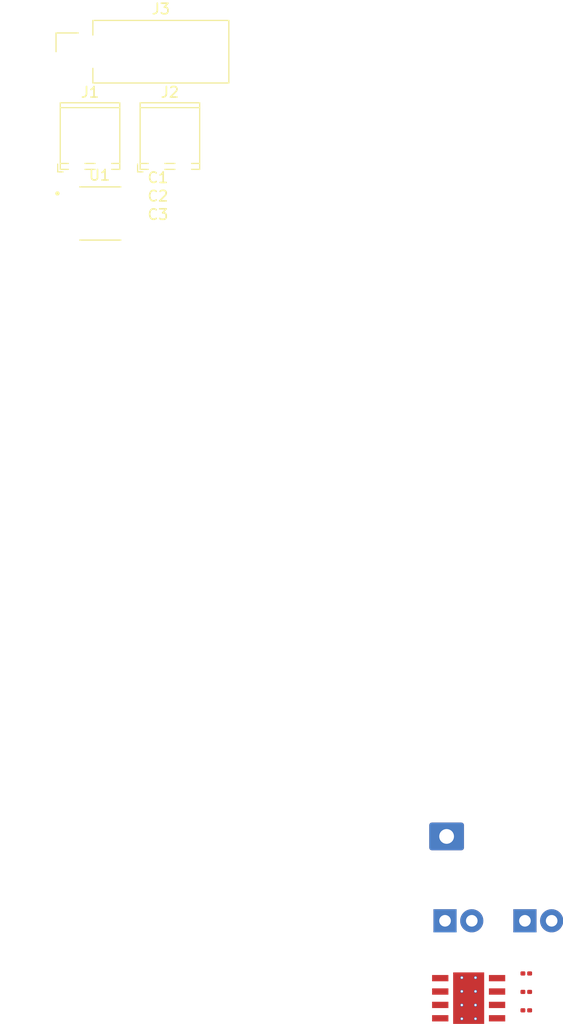
<source format=kicad_pcb>
(kicad_pcb (version 20240108) (generator "pcbnew") (generator_version "8.0")
  (layers (0 "F.Cu" signal) (31 "B.Cu" signal) (34 "B.Paste" user) (35 "F.Paste" user) (36 "B.SilkS" user "B.Silkscreen") (37 "F.SilkS" user "F.Silkscreen") (38 "B.Mask" user) (39 "F.Mask" user) (44 "Edge.Cuts" user))
  (net 0 "")
  (net 1 "Net-(J1-Pin_2)")
  (net 2 "Net-(U1-E{slash}D)")
  (net 3 "Net-(J2-Pin_2)")
  (net 4 "Net-(J1-Pin_1)")
  (net 5 "Net-(J2-Pin_1)")
  (net 6 "Net-(J3-Pin_1)")
  (net 7 "Net-(U1--IN)")
  (net 8 "Net-(U1-STATUS_FLAG)")
  (footprint "Capacitor_SMD:C_0201_0603Metric" (layer "F.Cu") (at 95.655 71.5)
    (property "Reference" "C3" (at 0 -1.05 0) (layer "F.SilkS"))
    (property "Value" "0.1 muF")
    (pad "1" smd roundrect (at 34.68 74.5) (size 0.46 0.4) (layers "F.Cu" "F.Mask") (net 3 "Net-(J2-Pin_2)"))
    (pad "2" smd roundrect (at 35.32 74.5) (size 0.46 0.4) (layers "F.Cu" "F.Mask") (net 4 "Net-(J1-Pin_1)"))
  )
  (footprint "Capacitor_SMD:C_0201_0603Metric" (layer "F.Cu") (at 95.655 69.75)
    (property "Reference" "C2" (at 0 -1.05 0) (layer "F.SilkS"))
    (property "Value" "0.1 muF")
    (pad "1" smd roundrect (at 34.68 74.5) (size 0.46 0.4) (layers "F.Cu" "F.Mask") (net 3 "Net-(J2-Pin_2)"))
    (pad "2" smd roundrect (at 35.32 74.5) (size 0.46 0.4) (layers "F.Cu" "F.Mask") (net 1 "Net-(J1-Pin_2)"))
  )
  (footprint "Connector_TE-Connectivity:TE_MATE-N-LOK_1-794374-x_1x01_P4.14mm_Horizontal" (layer "F.Cu") (at 88.085 54.99)
    (property "Reference" "J3" (at 7.85 -4.06 0) (layer "F.SilkS"))
    (property "Value" "Vout")
    (fp_line (start -2.11 -1.78) (end -2.11 0) (stroke (width 0.12)) (layer "F.SilkS"))
    (fp_line (start 0 -1.78) (end -2.11 -1.78) (stroke (width 0.12)) (layer "F.SilkS"))
    (fp_line (start 1.39 -2.97) (end 14.31 -2.97) (stroke (width 0.12)) (layer "F.SilkS"))
    (fp_line (start 1.39 -1.58) (end 1.39 -2.97) (stroke (width 0.12)) (layer "F.SilkS"))
    (fp_line (start 1.39 2.97) (end 1.39 1.58) (stroke (width 0.12)) (layer "F.SilkS"))
    (fp_line (start 14.31 -2.97) (end 14.31 2.97) (stroke (width 0.12)) (layer "F.SilkS"))
    (fp_line (start 14.31 2.97) (end 1.39 2.97) (stroke (width 0.12)) (layer "F.SilkS"))
    (pad "" np_thru_hole circle (at 42.34 74.5) (size 3.86 3.86) (drill 3.86) (layers "*.Cu" "*.Mask"))
    (pad "1" thru_hole roundrect (at 35 74.5) (size 3.3 2.64) (drill 1.4) (layers "*.Cu" "*.Mask") (roundrect_rratio 0.094697) (net 6 "Net-(J3-Pin_1)"))
  )
  (footprint "TerminalBlock_Phoenix:TerminalBlock_Phoenix_MPT-0,5-2-2.54_1x02_P2.54mm_Horizontal" (layer "F.Cu") (at 95.525 63)
    (property "Reference" "J2" (at 1.27 -4.16 0) (layer "F.SilkS"))
    (property "Value" "WFG")
    (fp_line (start -1.8 2.66) (end -1.8 3.4) (stroke (width 0.12)) (layer "F.SilkS"))
    (fp_line (start -1.8 3.4) (end -1.3 3.4) (stroke (width 0.12)) (layer "F.SilkS"))
    (fp_line (start -1.56 -3.16) (end -1.56 3.16) (stroke (width 0.12)) (layer "F.SilkS"))
    (fp_line (start -1.56 -3.16) (end 4.1 -3.16) (stroke (width 0.12)) (layer "F.SilkS"))
    (fp_line (start -1.56 -2.7) (end 4.1 -2.7) (stroke (width 0.12)) (layer "F.SilkS"))
    (fp_line (start -1.56 2.6) (end -0.79 2.6) (stroke (width 0.12)) (layer "F.SilkS"))
    (fp_line (start -1.56 3.16) (end -0.79 3.16) (stroke (width 0.12)) (layer "F.SilkS"))
    (fp_line (start 0.79 2.6) (end 1.75 2.6) (stroke (width 0.12)) (layer "F.SilkS"))
    (fp_line (start 0.79 3.16) (end 1.75 3.16) (stroke (width 0.12)) (layer "F.SilkS"))
    (fp_line (start 3.33 2.6) (end 4.1 2.6) (stroke (width 0.12)) (layer "F.SilkS"))
    (fp_line (start 3.33 3.16) (end 4.1 3.16) (stroke (width 0.12)) (layer "F.SilkS"))
    (fp_line (start 4.1 -3.16) (end 4.1 3.16) (stroke (width 0.12)) (layer "F.SilkS"))
    (pad "" np_thru_hole circle (at 35 77.04) (size 1.1 1.1) (drill 1.1) (layers "*.Cu" "*.Mask"))
    (pad "" np_thru_hole circle (at 37.54 77.04) (size 1.1 1.1) (drill 1.1) (layers "*.Cu" "*.Mask"))
    (pad "1" thru_hole rect (at 35 74.5) (size 2.2 2.2) (drill 1.1) (layers "*.Cu" "*.Mask") (net 5 "Net-(J2-Pin_1)"))
    (pad "2" thru_hole circle (at 37.54 74.5) (size 2.2 2.2) (drill 1.1) (layers "*.Cu" "*.Mask") (net 3 "Net-(J2-Pin_2)"))
  )
  (footprint "OPA454AIDDA:VREG_LM5017MR_NOPB" (layer "F.Cu") (at 90.18 70.35)
    (property "Reference" "U1" (at -0.075 -3.635 0) (layer "F.SilkS"))
    (property "Value" "OPA454AIDDA")
    (fp_line (start -1.95 -2.525) (end 1.95 -2.525) (stroke (width 0.127)) (layer "F.SilkS"))
    (fp_line (start -1.95 2.525) (end 1.95 2.525) (stroke (width 0.127)) (layer "F.SilkS"))
    (fp_circle (center -4.07 -1.905) (end -3.97 -1.905) (stroke (width 0.2)) (fill none) (layer "F.SilkS"))
    (pad "1" smd roundrect (at 32.3 72.595) (size 1.55 0.6) (layers "F.Cu" "F.Paste") (roundrect_rratio 0.01) (net 1 "Net-(J1-Pin_2)"))
    (pad "2" smd roundrect (at 32.3 73.865) (size 1.55 0.6) (layers "F.Cu" "F.Paste") (roundrect_rratio 0.01) (net 7 "Net-(U1--IN)"))
    (pad "3" smd roundrect (at 32.3 75.135) (size 1.55 0.6) (layers "F.Cu" "F.Paste") (roundrect_rratio 0.01) (net 5 "Net-(J2-Pin_1)"))
    (pad "4" smd roundrect (at 32.3 76.405) (size 1.55 0.6) (layers "F.Cu" "F.Paste") (roundrect_rratio 0.01) (net 1 "Net-(J1-Pin_2)"))
    (pad "5" smd roundrect (at 37.7 76.405) (size 1.55 0.6) (layers "F.Cu" "F.Paste") (roundrect_rratio 0.01) (net 8 "Net-(U1-STATUS_FLAG)"))
    (pad "6" smd roundrect (at 37.7 75.135) (size 1.55 0.6) (layers "F.Cu" "F.Paste") (roundrect_rratio 0.01) (net 6 "Net-(J3-Pin_1)"))
    (pad "7" smd roundrect (at 37.7 73.865) (size 1.55 0.6) (layers "F.Cu" "F.Paste") (roundrect_rratio 0.01) (net 4 "Net-(J1-Pin_1)"))
    (pad "8" smd roundrect (at 37.7 72.595) (size 1.55 0.6) (layers "F.Cu" "F.Paste") (roundrect_rratio 0.01) (net 2 "Net-(U1-E{slash}D)"))
    (pad "9" smd rect (at 35 74.5) (size 2.95 4.9) (layers "F.Cu") (net 1 "Net-(J1-Pin_2)"))
    (pad "10" thru_hole circle (at 34.35 72.55) (size 0.3 0.3) (drill 0.2) (layers "*.Cu" "*.Mask"))
    (pad "11" thru_hole circle (at 35.65 72.55) (size 0.3 0.3) (drill 0.2) (layers "*.Cu" "*.Mask"))
    (pad "12" thru_hole circle (at 34.35 73.85) (size 0.3 0.3) (drill 0.2) (layers "*.Cu" "*.Mask"))
    (pad "13" thru_hole circle (at 35.65 73.85) (size 0.3 0.3) (drill 0.2) (layers "*.Cu" "*.Mask"))
    (pad "14" thru_hole circle (at 34.35 75.15) (size 0.3 0.3) (drill 0.2) (layers "*.Cu" "*.Mask"))
    (pad "15" thru_hole circle (at 35.65 75.15) (size 0.3 0.3) (drill 0.2) (layers "*.Cu" "*.Mask"))
    (pad "16" thru_hole circle (at 34.35 76.45) (size 0.3 0.3) (drill 0.2) (layers "*.Cu" "*.Mask"))
    (pad "17" thru_hole circle (at 35.65 76.45) (size 0.3 0.3) (drill 0.2) (layers "*.Cu" "*.Mask"))
  )
  (footprint "TerminalBlock_Phoenix:TerminalBlock_Phoenix_MPT-0,5-2-2.54_1x02_P2.54mm_Horizontal" (layer "F.Cu") (at 87.935 63)
    (property "Reference" "J1" (at 1.27 -4.16 0) (layer "F.SilkS"))
    (property "Value" "Screw_Terminal_01x02")
    (fp_line (start -1.8 2.66) (end -1.8 3.4) (stroke (width 0.12)) (layer "F.SilkS"))
    (fp_line (start -1.8 3.4) (end -1.3 3.4) (stroke (width 0.12)) (layer "F.SilkS"))
    (fp_line (start -1.56 -3.16) (end -1.56 3.16) (stroke (width 0.12)) (layer "F.SilkS"))
    (fp_line (start -1.56 -3.16) (end 4.1 -3.16) (stroke (width 0.12)) (layer "F.SilkS"))
    (fp_line (start -1.56 -2.7) (end 4.1 -2.7) (stroke (width 0.12)) (layer "F.SilkS"))
    (fp_line (start -1.56 2.6) (end -0.79 2.6) (stroke (width 0.12)) (layer "F.SilkS"))
    (fp_line (start -1.56 3.16) (end -0.79 3.16) (stroke (width 0.12)) (layer "F.SilkS"))
    (fp_line (start 0.79 2.6) (end 1.75 2.6) (stroke (width 0.12)) (layer "F.SilkS"))
    (fp_line (start 0.79 3.16) (end 1.75 3.16) (stroke (width 0.12)) (layer "F.SilkS"))
    (fp_line (start 3.33 2.6) (end 4.1 2.6) (stroke (width 0.12)) (layer "F.SilkS"))
    (fp_line (start 3.33 3.16) (end 4.1 3.16) (stroke (width 0.12)) (layer "F.SilkS"))
    (fp_line (start 4.1 -3.16) (end 4.1 3.16) (stroke (width 0.12)) (layer "F.SilkS"))
    (pad "" np_thru_hole circle (at 35 77.04) (size 1.1 1.1) (drill 1.1) (layers "*.Cu" "*.Mask"))
    (pad "" np_thru_hole circle (at 37.54 77.04) (size 1.1 1.1) (drill 1.1) (layers "*.Cu" "*.Mask"))
    (pad "1" thru_hole rect (at 35 74.5) (size 2.2 2.2) (drill 1.1) (layers "*.Cu" "*.Mask") (net 4 "Net-(J1-Pin_1)"))
    (pad "2" thru_hole circle (at 37.54 74.5) (size 2.2 2.2) (drill 1.1) (layers "*.Cu" "*.Mask") (net 1 "Net-(J1-Pin_2)"))
  )
  (footprint "Capacitor_SMD:C_0201_0603Metric" (layer "F.Cu") (at 95.655 68)
    (property "Reference" "C1" (at 0 -1.05 0) (layer "F.SilkS"))
    (property "Value" "0.1 muF")
    (pad "1" smd roundrect (at 34.68 74.5) (size 0.46 0.4) (layers "F.Cu" "F.Mask") (net 2 "Net-(U1-E{slash}D)"))
    (pad "2" smd roundrect (at 35.32 74.5) (size 0.46 0.4) (layers "F.Cu" "F.Mask") (net 1 "Net-(J1-Pin_2)"))
  )
)
</source>
